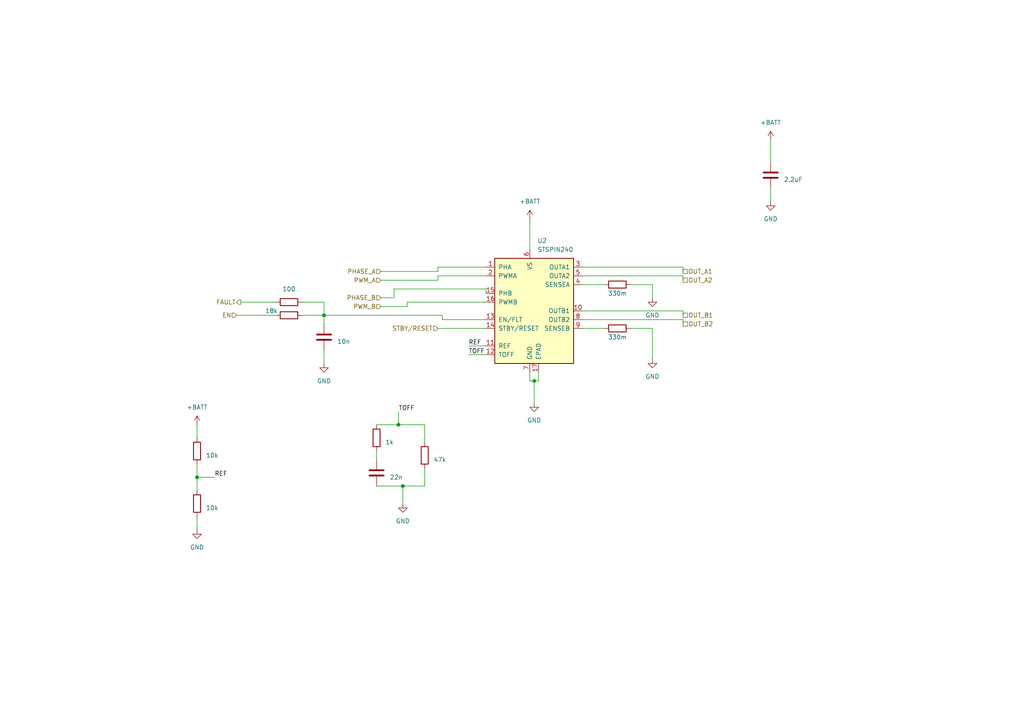
<source format=kicad_sch>
(kicad_sch (version 20230121) (generator eeschema)
  (paper "A4")
  (lib_symbols
    (symbol "Driver_Motor:STSPIN240" (pin_names (offset 1.016))
      (property "Reference" "U" (at -10.16 16.51 0))
      (property "Value" "STSPIN240" (at 5.08 16.51 0))
      (symbol "STSPIN240_0_1"
        (rectangle (start -10.16 15.24) (end 12.7 -15.24) (stroke (width 0.254)) (fill (type background)))
      )
      (symbol "STSPIN240_1_1"
        (pin input line (at -12.7 12.7 0) (length 2.54) (name "PHA") (number "1"))
        (pin power_out line (at 15.24 0 180) (length 2.54) (name "OUTB1") (number "10"))
        (pin input line (at -12.7 -10.16 0) (length 2.54) (name "REF") (number "11"))
        (pin input line (at -12.7 -12.7 0) (length 2.54) (name "TOFF") (number "12"))
        (pin bidirectional line (at -12.7 -2.54 0) (length 2.54) (name "EN/FLT") (number "13"))
        (pin input line (at -12.7 -5.08 0) (length 2.54) (name "STBY/RESET") (number "14"))
        (pin input line (at -12.7 5.08 0) (length 2.54) (name "PHB") (number "15"))
        (pin input line (at -12.7 2.54 0) (length 2.54) (name "PWMB") (number "16"))
        (pin power_in line (at 2.54 -17.78 90) (length 2.54) (name "EPAD") (number "17"))
        (pin input line (at -12.7 10.16 0) (length 2.54) (name "PWMA") (number "2"))
        (pin power_out line (at 15.24 12.7 180) (length 2.54) (name "OUTA1") (number "3"))
        (pin power_out line (at 15.24 7.62 180) (length 2.54) (name "SENSEA") (number "4"))
        (pin power_out line (at 15.24 10.16 180) (length 2.54) (name "OUTA2") (number "5"))
        (pin power_in line (at 0 17.78 270) (length 2.54) (name "VS") (number "6"))
        (pin power_in line (at 0 -17.78 90) (length 2.54) (name "GND") (number "7"))
        (pin power_out line (at 15.24 -2.54 180) (length 2.54) (name "OUTB2") (number "8"))
        (pin power_out line (at 15.24 -5.08 180) (length 2.54) (name "SENSEB") (number "9"))
      )
    )
    (symbol "minimouse:C" (pin_numbers hide) (pin_names (offset 0.254))
      (property "Reference" "C" (at 0.635 2.54 0))
      (property "Value" "C" (at 0.635 -2.54 0))
      (symbol "C_0_1"
        (polyline (pts (xy -2.032 -0.762) (xy 2.032 -0.762)) (stroke (width 0.508)))
        (polyline (pts (xy -2.032 0.762) (xy 2.032 0.762)) (stroke (width 0.508)))
      )
      (symbol "C_1_1"
        (pin passive line (at 0 3.81 270) (length 2.794) (name "~") (number "1"))
        (pin passive line (at 0 -3.81 90) (length 2.794) (name "~") (number "2"))
      )
    )
    (symbol "minimouse:R" (pin_numbers hide) (pin_names (offset 0))
      (property "Reference" "R" (at 2.032 0 90))
      (property "Value" "R" (at 0 0 90))
      (symbol "R_0_1"
        (rectangle (start -1.016 -2.54) (end 1.016 2.54) (stroke (width 0.254)))
      )
      (symbol "R_1_1"
        (pin passive line (at 0 3.81 270) (length 1.27) (name "~") (number "1"))
        (pin passive line (at 0 -3.81 90) (length 1.27) (name "~") (number "2"))
      )
    )
    (symbol "power:+BATT" (power) (pin_names (offset 0))
      (property "Value" "+BATT" (at 0 3.556 0))
      (symbol "+BATT_0_1"
        (polyline (pts (xy -0.762 1.27) (xy 0 2.54)))
        (polyline (pts (xy 0 0) (xy 0 2.54)))
        (polyline (pts (xy 0 2.54) (xy 0.762 1.27)))
      )
      (symbol "+BATT_1_1"
        (pin power_in line (at 0 0 90) (length 0) hide (name "+BATT") (number "1"))
      )
    )
    (symbol "power:GND" (power) (pin_names (offset 0))
      (property "Value" "GND" (at 0 -3.81 0))
      (symbol "GND_0_1"
        (polyline (pts (xy 0 0) (xy 0 -1.27) (xy 1.27 -1.27) (xy 0 -2.54) (xy -1.27 -1.27) (xy 0 -1.27)))
      )
      (symbol "GND_1_1"
        (pin power_in line (at 0 0 270) (length 0) hide (name "GND") (number "1"))
      )
    )
  )
  (junction (at 115.57 123.19))
  (junction (at 154.94 110.49))
  (junction (at 116.84 140.97))
  (junction (at 93.98 91.44))
  (junction (at 57.15 138.43))
  (wire (pts (xy 109.22 123.19) (xy 115.57 123.19)))
  (wire (pts (xy 57.15 123.19) (xy 57.15 127)))
  (wire (pts (xy 68.58 91.44) (xy 80.01 91.44)))
  (wire (pts (xy 168.91 82.55) (xy 175.26 82.55)))
  (wire (pts (xy 128.27 91.44) (xy 93.98 91.44)))
  (wire (pts (xy 140.97 83.82) (xy 140.97 85.09)))
  (wire (pts (xy 127 77.47) (xy 140.97 77.47)))
  (wire (pts (xy 128.27 92.71) (xy 128.27 91.44)))
  (wire (pts (xy 153.67 107.95) (xy 153.67 110.49)))
  (wire (pts (xy 140.97 92.71) (xy 128.27 92.71)))
  (wire (pts (xy 114.3 83.82) (xy 114.3 86.36)))
  (wire (pts (xy 69.85 87.63) (xy 80.01 87.63)))
  (wire (pts (xy 123.19 140.97) (xy 116.84 140.97)))
  (wire (pts (xy 110.49 81.28) (xy 127 81.28)))
  (wire (pts (xy 223.52 54.61) (xy 223.52 58.42)))
  (wire (pts (xy 189.23 95.25) (xy 182.88 95.25)))
  (wire (pts (xy 168.91 77.47) (xy 198.12 77.47)))
  (wire (pts (xy 118.11 88.9) (xy 110.49 88.9)))
  (wire (pts (xy 154.94 110.49) (xy 156.21 110.49)))
  (wire (pts (xy 182.88 82.55) (xy 189.23 82.55)))
  (wire (pts (xy 127 78.74) (xy 127 77.47)))
  (wire (pts (xy 154.94 110.49) (xy 154.94 116.84)))
  (wire (pts (xy 198.12 80.01) (xy 198.12 81.28)))
  (wire (pts (xy 57.15 134.62) (xy 57.15 138.43)))
  (wire (pts (xy 189.23 104.14) (xy 189.23 95.25)))
  (wire (pts (xy 93.98 91.44) (xy 93.98 93.98)))
  (wire (pts (xy 110.49 78.74) (xy 127 78.74)))
  (wire (pts (xy 118.11 87.63) (xy 140.97 87.63)))
  (wire (pts (xy 198.12 92.71) (xy 198.12 93.98)))
  (wire (pts (xy 156.21 107.95) (xy 156.21 110.49)))
  (wire (pts (xy 223.52 40.64) (xy 223.52 46.99)))
  (wire (pts (xy 118.11 87.63) (xy 118.11 88.9)))
  (wire (pts (xy 93.98 101.6) (xy 93.98 105.41)))
  (wire (pts (xy 153.67 63.5) (xy 153.67 72.39)))
  (wire (pts (xy 114.3 86.36) (xy 110.49 86.36)))
  (wire (pts (xy 115.57 123.19) (xy 123.19 123.19)))
  (wire (pts (xy 127 80.01) (xy 140.97 80.01)))
  (wire (pts (xy 168.91 90.17) (xy 198.12 90.17)))
  (wire (pts (xy 115.57 119.38) (xy 115.57 123.19)))
  (wire (pts (xy 116.84 140.97) (xy 109.22 140.97)))
  (wire (pts (xy 109.22 130.81) (xy 109.22 133.35)))
  (wire (pts (xy 168.91 95.25) (xy 175.26 95.25)))
  (wire (pts (xy 57.15 149.86) (xy 57.15 153.67)))
  (wire (pts (xy 87.63 91.44) (xy 93.98 91.44)))
  (wire (pts (xy 168.91 80.01) (xy 198.12 80.01)))
  (wire (pts (xy 135.89 102.87) (xy 140.97 102.87)))
  (wire (pts (xy 135.89 100.33) (xy 140.97 100.33)))
  (wire (pts (xy 57.15 138.43) (xy 57.15 142.24)))
  (wire (pts (xy 114.3 83.82) (xy 140.97 83.82)))
  (wire (pts (xy 198.12 77.47) (xy 198.12 78.74)))
  (wire (pts (xy 168.91 92.71) (xy 198.12 92.71)))
  (wire (pts (xy 189.23 82.55) (xy 189.23 86.36)))
  (wire (pts (xy 123.19 135.89) (xy 123.19 140.97)))
  (wire (pts (xy 127 81.28) (xy 127 80.01)))
  (wire (pts (xy 198.12 90.17) (xy 198.12 91.44)))
  (wire (pts (xy 57.15 138.43) (xy 62.23 138.43)))
  (wire (pts (xy 123.19 123.19) (xy 123.19 128.27)))
  (wire (pts (xy 127 95.25) (xy 140.97 95.25)))
  (wire (pts (xy 116.84 140.97) (xy 116.84 146.05)))
  (wire (pts (xy 153.67 110.49) (xy 154.94 110.49)))
  (wire (pts (xy 93.98 87.63) (xy 93.98 91.44)))
  (wire (pts (xy 87.63 87.63) (xy 93.98 87.63)))
  (label "TOFF" (at 115.57 119.38 0))
  (label "REF" (at 62.23 138.43 0))
  (label "TOFF" (at 135.89 102.87 0))
  (label "REF" (at 135.89 100.33 0))
  (hierarchical_label "PHASE_A" (shape input) (at 110.49 78.74 180))
  (hierarchical_label "OUT_A2" (shape passive) (at 198.12 81.28 0))
  (hierarchical_label "PWM_A" (shape input) (at 110.49 81.28 180))
  (hierarchical_label "FAULT" (shape output) (at 69.85 87.63 180))
  (hierarchical_label "PHASE_B" (shape input) (at 110.49 86.36 180))
  (hierarchical_label "PWM_B" (shape input) (at 110.49 88.9 180))
  (hierarchical_label "OUT_B2" (shape passive) (at 198.12 93.98 0))
  (hierarchical_label "OUT_A1" (shape passive) (at 198.12 78.74 0))
  (hierarchical_label "OUT_B1" (shape passive) (at 198.12 91.44 0))
  (hierarchical_label "STBY{slash}RESET" (shape input) (at 127 95.25 180))
  (hierarchical_label "EN" (shape input) (at 68.58 91.44 180))
  (symbol (lib_id "power:+BATT") (at 153.67 63.5 0) (unit 1)
    (property "Reference" "#PWR08" (effects hide))
    (property "Value" "+BATT" (at 153.67 58.42 0))
  )
  (symbol (lib_id "Driver_Motor:STSPIN240") (at 153.67 90.17 0) (unit 1)
    (property "Reference" "U2" (at 155.8641 69.85 0) (effects (justify left)))
    (property "Value" "STSPIN240" (at 155.8641 72.39 0) (effects (justify left)))
    (property "Footprint" "Package_DFN_QFN:VQFN-16-1EP_3x3mm_P0.5mm_EP1.8x1.8mm" (effects hide))
    (property "Datasheet" "www.st.com/resource/en/datasheet/stspin240.pdf" (effects hide))
  )
  (symbol (lib_id "power:GND") (at 189.23 104.14 0) (unit 1)
    (property "Reference" "#PWR016" (effects hide))
    (property "Value" "GND" (at 189.23 109.22 0))
  )
  (symbol (lib_id "power:+BATT") (at 223.52 40.64 0) (unit 1)
    (property "Reference" "#PWR013" (effects hide))
    (property "Value" "+BATT" (at 223.52 35.56 0))
  )
  (symbol (lib_id "power:GND") (at 189.23 86.36 0) (unit 1)
    (property "Reference" "#PWR017" (effects hide))
    (property "Value" "GND" (at 189.23 91.44 0))
  )
  (symbol (lib_id "minimouse:C") (at 93.98 97.79 0) (unit 1)
    (property "Reference" "C10" (effects hide))
    (property "Value" "10n" (at 97.79 99.06 0) (effects (justify left)))
    (property "Footprint" "Capacitor_SMD:C_0603_1608Metric" (effects hide))
  )
  (symbol (lib_id "minimouse:R") (at 179.07 95.25 90) (unit 1)
    (property "Reference" "R16" (effects hide))
    (property "Value" "330m" (at 179.07 97.79 90))
    (property "Footprint" "Resistor_SMD:R_2512_6332Metric" (effects hide))
  )
  (symbol (lib_id "minimouse:R") (at 109.22 127 0) (unit 1)
    (property "Reference" "R10" (effects hide))
    (property "Value" "1k" (at 111.76 128.27 0) (effects (justify left)))
    (property "Footprint" "Resistor_SMD:R_0603_1608Metric" (effects hide))
  )
  (symbol (lib_id "minimouse:R") (at 123.19 132.08 0) (unit 1)
    (property "Reference" "R11" (effects hide))
    (property "Value" "47k" (at 125.73 133.35 0) (effects (justify left)))
    (property "Footprint" "Resistor_SMD:R_0603_1608Metric" (effects hide))
  )
  (symbol (lib_id "minimouse:C") (at 109.22 137.16 0) (unit 1)
    (property "Reference" "C8" (effects hide))
    (property "Value" "22n" (at 113.03 138.43 0) (effects (justify left)))
    (property "Footprint" "Capacitor_SMD:C_0603_1608Metric" (effects hide))
  )
  (symbol (lib_id "minimouse:C") (at 223.52 50.8 0) (unit 1)
    (property "Reference" "C9" (effects hide))
    (property "Value" "2.2uF" (at 227.33 52.07 0) (effects (justify left)))
    (property "Footprint" "Capacitor_SMD:C_0603_1608Metric" (effects hide))
  )
  (symbol (lib_id "power:+BATT") (at 57.15 123.19 0) (unit 1)
    (property "Reference" "#PWR015" (effects hide))
    (property "Value" "+BATT" (at 57.15 118.11 0))
  )
  (symbol (lib_id "power:GND") (at 154.94 116.84 0) (unit 1)
    (property "Reference" "#PWR09" (effects hide))
    (property "Value" "GND" (at 154.94 121.92 0))
  )
  (symbol (lib_id "power:GND") (at 93.98 105.41 0) (unit 1)
    (property "Reference" "#PWR018" (effects hide))
    (property "Value" "GND" (at 93.98 110.49 0))
  )
  (symbol (lib_id "minimouse:R") (at 83.82 91.44 90) (unit 1)
    (property "Reference" "R12" (effects hide))
    (property "Value" "18k" (at 78.74 90.17 90))
    (property "Footprint" "Resistor_SMD:R_0603_1608Metric" (effects hide))
  )
  (symbol (lib_id "minimouse:R") (at 179.07 82.55 90) (unit 1)
    (property "Reference" "R17" (effects hide))
    (property "Value" "330m" (at 179.07 85.09 90))
    (property "Footprint" "Resistor_SMD:R_2512_6332Metric" (effects hide))
  )
  (symbol (lib_id "minimouse:R") (at 83.82 87.63 90) (unit 1)
    (property "Reference" "R25" (effects hide))
    (property "Value" "100" (at 83.82 83.82 90))
    (property "Footprint" "Resistor_SMD:R_0603_1608Metric" (effects hide))
  )
  (symbol (lib_id "minimouse:R") (at 57.15 130.81 0) (unit 1)
    (property "Reference" "R14" (effects hide))
    (property "Value" "10k" (at 59.69 132.08 0) (effects (justify left)))
    (property "Footprint" "Resistor_SMD:R_0603_1608Metric" (effects hide))
  )
  (symbol (lib_id "minimouse:R") (at 57.15 146.05 0) (unit 1)
    (property "Reference" "R15" (effects hide))
    (property "Value" "10k" (at 59.69 147.32 0) (effects (justify left)))
    (property "Footprint" "Resistor_SMD:R_0603_1608Metric" (effects hide))
  )
  (symbol (lib_id "power:GND") (at 116.84 146.05 0) (unit 1)
    (property "Reference" "#PWR011" (effects hide))
    (property "Value" "GND" (at 116.84 151.13 0))
  )
  (symbol (lib_id "power:GND") (at 57.15 153.67 0) (unit 1)
    (property "Reference" "#PWR014" (effects hide))
    (property "Value" "GND" (at 57.15 158.75 0))
  )
  (symbol (lib_id "power:GND") (at 223.52 58.42 0) (unit 1)
    (property "Reference" "#PWR042" (effects hide))
    (property "Value" "GND" (at 223.52 63.5 0))
  )
)
</source>
